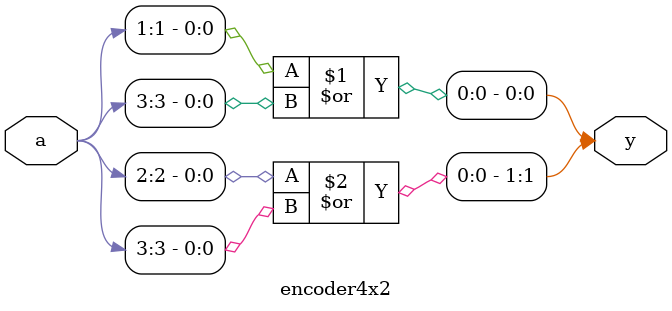
<source format=v>

module Question4(in,out);

	input [15:0] in;
	output [3:0] out;
	
	wire [7:0] c;

	encoder4x2 uut1(.a(in[3:1]),.y(c[1:0]));
	encoder4x2 uut2(.a(in[7:5]),.y(c[3:2]));
	encoder4x2 uut3(.a(in[11:9]),.y(c[5:4]));
	encoder4x2 uut4(.a(in[15:13]),.y(c[7:6]));
	
	encoder4x2 uut5(.a(c[3:1]),.y(out[1:0]));
	encoder4x2 uut6(.a(c[7:5]),.y(out[3:2]));

	initial begin
		$monitor ("/n input = %b,  output = %h ",in, out);
	end
endmodule

module encoder4x2(a,y);

	input [3:1] a;
	output [1:0] y;
	
	assign y[0] = a[1] | a[3];
	assign y[1] = a[2] | a[3];
	
endmodule


</source>
